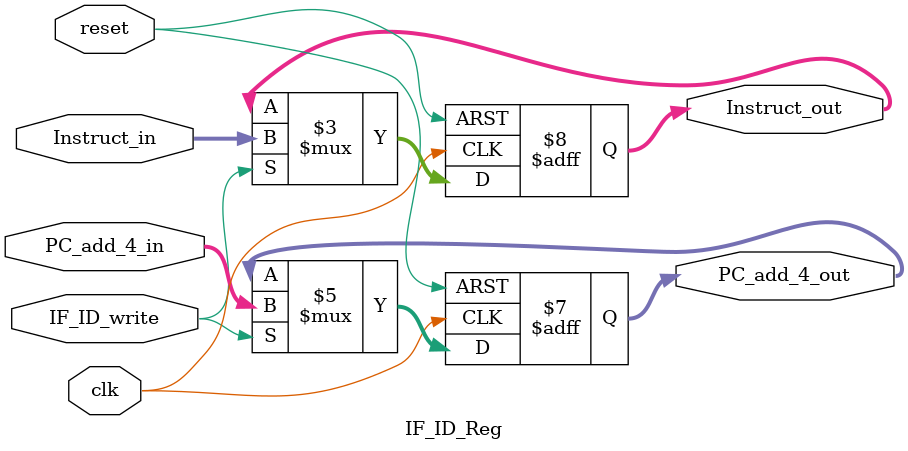
<source format=v>
`timescale 1ns / 1ps


module IF_ID_Reg(
input clk,
input reset,
input IF_ID_write,
input [31:0] PC_add_4_in,
input [31:0] Instruct_in,
output reg [31:0] PC_add_4_out,
output reg [31:0] Instruct_out
);
    
    
    always @(posedge clk or negedge reset) begin
        if (~reset) begin
            PC_add_4_out <= 32'h8000_0000;
            Instruct_out <= 32'h0000_0000;
        end
        else begin
            if (IF_ID_write) begin
                PC_add_4_out <= PC_add_4_in;
                Instruct_out <= Instruct_in;
            end
        end
     end
    
endmodule

</source>
